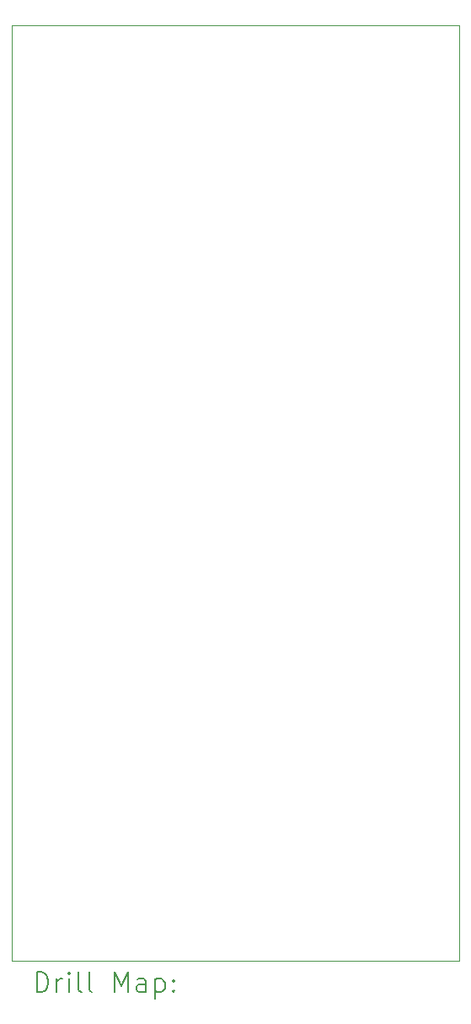
<source format=gbr>
%TF.GenerationSoftware,KiCad,Pcbnew,6.0.11-2627ca5db0~126~ubuntu20.04.1*%
%TF.CreationDate,2024-06-24T23:06:26+02:00*%
%TF.ProjectId,IRstepper,49527374-6570-4706-9572-2e6b69636164,rev?*%
%TF.SameCoordinates,Original*%
%TF.FileFunction,Drillmap*%
%TF.FilePolarity,Positive*%
%FSLAX45Y45*%
G04 Gerber Fmt 4.5, Leading zero omitted, Abs format (unit mm)*
G04 Created by KiCad (PCBNEW 6.0.11-2627ca5db0~126~ubuntu20.04.1) date 2024-06-24 23:06:26*
%MOMM*%
%LPD*%
G01*
G04 APERTURE LIST*
%ADD10C,0.100000*%
%ADD11C,0.200000*%
G04 APERTURE END LIST*
D10*
X9000000Y-1600200D02*
X13500000Y-1600000D01*
X9000000Y-11000000D02*
X13500000Y-11000000D01*
X13500000Y-11000000D02*
X13500000Y-1600000D01*
X9000000Y-11000000D02*
X9000000Y-1600200D01*
D11*
X9252619Y-11315476D02*
X9252619Y-11115476D01*
X9300238Y-11115476D01*
X9328810Y-11125000D01*
X9347857Y-11144048D01*
X9357381Y-11163095D01*
X9366905Y-11201190D01*
X9366905Y-11229762D01*
X9357381Y-11267857D01*
X9347857Y-11286905D01*
X9328810Y-11305952D01*
X9300238Y-11315476D01*
X9252619Y-11315476D01*
X9452619Y-11315476D02*
X9452619Y-11182143D01*
X9452619Y-11220238D02*
X9462143Y-11201190D01*
X9471667Y-11191667D01*
X9490714Y-11182143D01*
X9509762Y-11182143D01*
X9576429Y-11315476D02*
X9576429Y-11182143D01*
X9576429Y-11115476D02*
X9566905Y-11125000D01*
X9576429Y-11134524D01*
X9585952Y-11125000D01*
X9576429Y-11115476D01*
X9576429Y-11134524D01*
X9700238Y-11315476D02*
X9681190Y-11305952D01*
X9671667Y-11286905D01*
X9671667Y-11115476D01*
X9805000Y-11315476D02*
X9785952Y-11305952D01*
X9776429Y-11286905D01*
X9776429Y-11115476D01*
X10033571Y-11315476D02*
X10033571Y-11115476D01*
X10100238Y-11258333D01*
X10166905Y-11115476D01*
X10166905Y-11315476D01*
X10347857Y-11315476D02*
X10347857Y-11210714D01*
X10338333Y-11191667D01*
X10319286Y-11182143D01*
X10281190Y-11182143D01*
X10262143Y-11191667D01*
X10347857Y-11305952D02*
X10328810Y-11315476D01*
X10281190Y-11315476D01*
X10262143Y-11305952D01*
X10252619Y-11286905D01*
X10252619Y-11267857D01*
X10262143Y-11248809D01*
X10281190Y-11239286D01*
X10328810Y-11239286D01*
X10347857Y-11229762D01*
X10443095Y-11182143D02*
X10443095Y-11382143D01*
X10443095Y-11191667D02*
X10462143Y-11182143D01*
X10500238Y-11182143D01*
X10519286Y-11191667D01*
X10528810Y-11201190D01*
X10538333Y-11220238D01*
X10538333Y-11277381D01*
X10528810Y-11296428D01*
X10519286Y-11305952D01*
X10500238Y-11315476D01*
X10462143Y-11315476D01*
X10443095Y-11305952D01*
X10624048Y-11296428D02*
X10633571Y-11305952D01*
X10624048Y-11315476D01*
X10614524Y-11305952D01*
X10624048Y-11296428D01*
X10624048Y-11315476D01*
X10624048Y-11191667D02*
X10633571Y-11201190D01*
X10624048Y-11210714D01*
X10614524Y-11201190D01*
X10624048Y-11191667D01*
X10624048Y-11210714D01*
M02*

</source>
